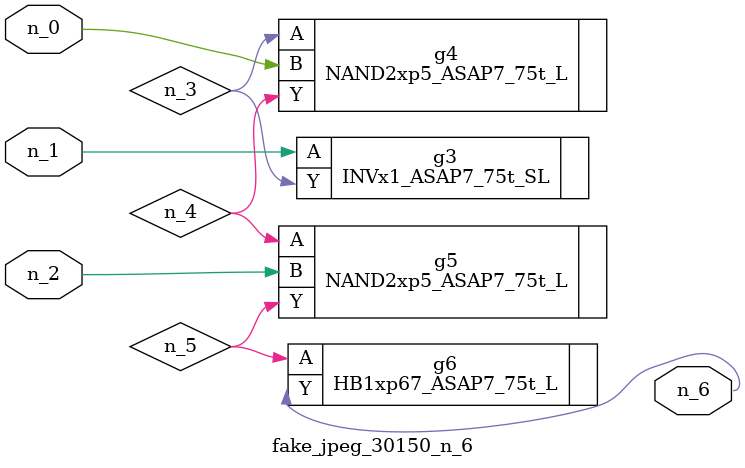
<source format=v>
module fake_jpeg_30150_n_6 (n_0, n_2, n_1, n_6);

input n_0;
input n_2;
input n_1;

output n_6;

wire n_3;
wire n_4;
wire n_5;

INVx1_ASAP7_75t_SL g3 ( 
.A(n_1),
.Y(n_3)
);

NAND2xp5_ASAP7_75t_L g4 ( 
.A(n_3),
.B(n_0),
.Y(n_4)
);

NAND2xp5_ASAP7_75t_L g5 ( 
.A(n_4),
.B(n_2),
.Y(n_5)
);

HB1xp67_ASAP7_75t_L g6 ( 
.A(n_5),
.Y(n_6)
);


endmodule
</source>
